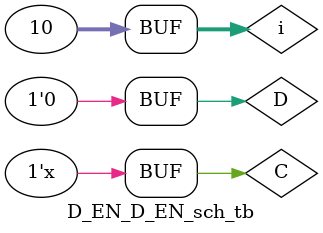
<source format=v>

`timescale 1ns / 1ps

module D_EN_D_EN_sch_tb();

// Inputs
   reg C;
   reg D;

// Output
   wire Q;
   wire Qn;

// Bidirs

// Instantiate the UUT
   D_EN UUT (
		.C(C), 
		.D(D), 
		.Q(Q), 
		.Qn(Qn)
   );
// Initialize Inputs
   //`ifdef auto_init
	integer i ;
   initial begin
		C = 0;
		D = 0;
		#40;
		D = 1; // S=0,R=1,SET
		#100;
		D = 0; // S=1,R=0,RESET
		#100;
	end
	
	always @ * //pulse,Square wave 
		for (i=0;i<10;i=i+1)begin
			#50;
			C <= ~C;
		end
   //`endif
endmodule

</source>
